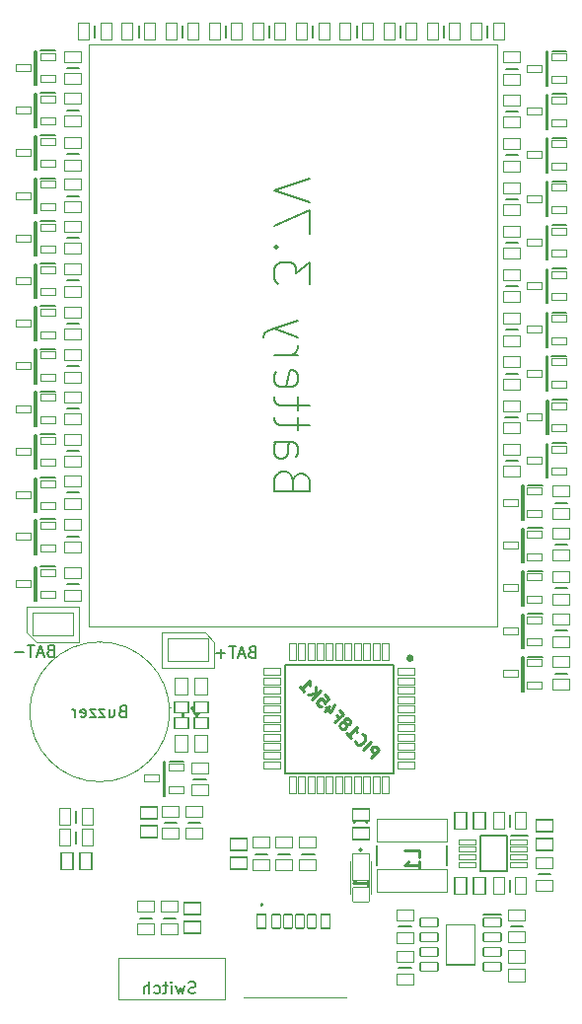
<source format=gbr>
%TF.GenerationSoftware,KiCad,Pcbnew,7.0.1*%
%TF.CreationDate,2024-01-25T20:04:35+01:00*%
%TF.ProjectId,PicBytesMicro,50696342-7974-4657-934d-6963726f2e6b,rev?*%
%TF.SameCoordinates,Original*%
%TF.FileFunction,Legend,Bot*%
%TF.FilePolarity,Positive*%
%FSLAX46Y46*%
G04 Gerber Fmt 4.6, Leading zero omitted, Abs format (unit mm)*
G04 Created by KiCad (PCBNEW 7.0.1) date 2024-01-25 20:04:35*
%MOMM*%
%LPD*%
G01*
G04 APERTURE LIST*
G04 Aperture macros list*
%AMRoundRect*
0 Rectangle with rounded corners*
0 $1 Rounding radius*
0 $2 $3 $4 $5 $6 $7 $8 $9 X,Y pos of 4 corners*
0 Add a 4 corners polygon primitive as box body*
4,1,4,$2,$3,$4,$5,$6,$7,$8,$9,$2,$3,0*
0 Add four circle primitives for the rounded corners*
1,1,$1+$1,$2,$3*
1,1,$1+$1,$4,$5*
1,1,$1+$1,$6,$7*
1,1,$1+$1,$8,$9*
0 Add four rect primitives between the rounded corners*
20,1,$1+$1,$2,$3,$4,$5,0*
20,1,$1+$1,$4,$5,$6,$7,0*
20,1,$1+$1,$6,$7,$8,$9,0*
20,1,$1+$1,$8,$9,$2,$3,0*%
G04 Aperture macros list end*
%ADD10C,0.120000*%
%ADD11C,0.150000*%
%ADD12C,0.250000*%
%ADD13C,0.254000*%
%ADD14C,0.200000*%
%ADD15C,0.100000*%
%ADD16C,2.000000*%
%ADD17C,1.300000*%
%ADD18C,1.650000*%
%ADD19RoundRect,0.050000X0.735000X-0.525000X0.735000X0.525000X-0.735000X0.525000X-0.735000X-0.525000X0*%
%ADD20RoundRect,0.050000X-0.525000X-0.735000X0.525000X-0.735000X0.525000X0.735000X-0.525000X0.735000X0*%
%ADD21RoundRect,0.050000X0.525000X0.735000X-0.525000X0.735000X-0.525000X-0.735000X0.525000X-0.735000X0*%
%ADD22RoundRect,0.050000X-1.750000X1.000000X-1.750000X-1.000000X1.750000X-1.000000X1.750000X1.000000X0*%
%ADD23RoundRect,0.050000X1.750000X-1.000000X1.750000X1.000000X-1.750000X1.000000X-1.750000X-1.000000X0*%
%ADD24RoundRect,0.050000X0.762500X-0.350000X0.762500X0.350000X-0.762500X0.350000X-0.762500X-0.350000X0*%
%ADD25RoundRect,0.050000X1.256500X1.701000X-1.256500X1.701000X-1.256500X-1.701000X1.256500X-1.701000X0*%
%ADD26RoundRect,0.050000X0.350000X0.600000X-0.350000X0.600000X-0.350000X-0.600000X0.350000X-0.600000X0*%
%ADD27RoundRect,0.050000X0.380000X0.600000X-0.380000X0.600000X-0.380000X-0.600000X0.380000X-0.600000X0*%
%ADD28RoundRect,0.050000X0.400000X0.600000X-0.400000X0.600000X-0.400000X-0.600000X0.400000X-0.600000X0*%
%ADD29C,2.100000*%
%ADD30C,1.400000*%
%ADD31RoundRect,0.050000X0.737500X-0.300000X0.737500X0.300000X-0.737500X0.300000X-0.737500X-0.300000X0*%
%ADD32RoundRect,0.050000X0.300000X0.737500X-0.300000X0.737500X-0.300000X-0.737500X0.300000X-0.737500X0*%
%ADD33RoundRect,0.050000X0.625000X-0.300000X0.625000X0.300000X-0.625000X0.300000X-0.625000X-0.300000X0*%
%ADD34RoundRect,0.050000X0.725000X-0.500000X0.725000X0.500000X-0.725000X0.500000X-0.725000X-0.500000X0*%
%ADD35RoundRect,0.050000X-0.725000X0.500000X-0.725000X-0.500000X0.725000X-0.500000X0.725000X0.500000X0*%
%ADD36RoundRect,0.050000X0.500000X0.725000X-0.500000X0.725000X-0.500000X-0.725000X0.500000X-0.725000X0*%
%ADD37RoundRect,0.050000X-0.500000X-0.725000X0.500000X-0.725000X0.500000X0.725000X-0.500000X0.725000X0*%
%ADD38RoundRect,0.050000X3.000000X-1.005000X3.000000X1.005000X-3.000000X1.005000X-3.000000X-1.005000X0*%
%ADD39RoundRect,0.050000X-0.735000X0.510000X-0.735000X-0.510000X0.735000X-0.510000X0.735000X0.510000X0*%
%ADD40RoundRect,0.050000X0.735000X-0.510000X0.735000X0.510000X-0.735000X0.510000X-0.735000X-0.510000X0*%
%ADD41RoundRect,0.050000X0.510000X0.735000X-0.510000X0.735000X-0.510000X-0.735000X0.510000X-0.735000X0*%
%ADD42RoundRect,0.050000X0.700000X-0.225000X0.700000X0.225000X-0.700000X0.225000X-0.700000X-0.225000X0*%
%ADD43RoundRect,0.050000X0.700000X1.150000X-0.700000X1.150000X-0.700000X-1.150000X0.700000X-1.150000X0*%
%ADD44RoundRect,0.050000X-0.700000X0.625000X-0.700000X-0.625000X0.700000X-0.625000X0.700000X0.625000X0*%
%ADD45RoundRect,0.050000X-0.600000X0.500000X-0.600000X-0.500000X0.600000X-0.500000X0.600000X0.500000X0*%
%ADD46RoundRect,0.050000X-0.510000X-0.735000X0.510000X-0.735000X0.510000X0.735000X-0.510000X0.735000X0*%
G04 APERTURE END LIST*
D10*
X154700000Y-48600000D02*
X154700000Y-98600000D01*
X154700000Y-98600000D02*
X119700000Y-98600000D01*
X119700000Y-48600000D02*
X119700000Y-98600000D01*
X154700000Y-48600000D02*
X119700000Y-48600000D01*
D11*
X137183571Y-86014286D02*
X137040714Y-85585714D01*
X137040714Y-85585714D02*
X136897857Y-85442857D01*
X136897857Y-85442857D02*
X136612142Y-85300000D01*
X136612142Y-85300000D02*
X136183571Y-85300000D01*
X136183571Y-85300000D02*
X135897857Y-85442857D01*
X135897857Y-85442857D02*
X135755000Y-85585714D01*
X135755000Y-85585714D02*
X135612142Y-85871429D01*
X135612142Y-85871429D02*
X135612142Y-87014286D01*
X135612142Y-87014286D02*
X138612142Y-87014286D01*
X138612142Y-87014286D02*
X138612142Y-86014286D01*
X138612142Y-86014286D02*
X138469285Y-85728572D01*
X138469285Y-85728572D02*
X138326428Y-85585714D01*
X138326428Y-85585714D02*
X138040714Y-85442857D01*
X138040714Y-85442857D02*
X137755000Y-85442857D01*
X137755000Y-85442857D02*
X137469285Y-85585714D01*
X137469285Y-85585714D02*
X137326428Y-85728572D01*
X137326428Y-85728572D02*
X137183571Y-86014286D01*
X137183571Y-86014286D02*
X137183571Y-87014286D01*
X135612142Y-82728572D02*
X137183571Y-82728572D01*
X137183571Y-82728572D02*
X137469285Y-82871429D01*
X137469285Y-82871429D02*
X137612142Y-83157143D01*
X137612142Y-83157143D02*
X137612142Y-83728572D01*
X137612142Y-83728572D02*
X137469285Y-84014286D01*
X135755000Y-82728572D02*
X135612142Y-83014286D01*
X135612142Y-83014286D02*
X135612142Y-83728572D01*
X135612142Y-83728572D02*
X135755000Y-84014286D01*
X135755000Y-84014286D02*
X136040714Y-84157143D01*
X136040714Y-84157143D02*
X136326428Y-84157143D01*
X136326428Y-84157143D02*
X136612142Y-84014286D01*
X136612142Y-84014286D02*
X136755000Y-83728572D01*
X136755000Y-83728572D02*
X136755000Y-83014286D01*
X136755000Y-83014286D02*
X136897857Y-82728572D01*
X137612142Y-81728571D02*
X137612142Y-80585714D01*
X138612142Y-81300000D02*
X136040714Y-81300000D01*
X136040714Y-81300000D02*
X135755000Y-81157143D01*
X135755000Y-81157143D02*
X135612142Y-80871428D01*
X135612142Y-80871428D02*
X135612142Y-80585714D01*
X137612142Y-80014285D02*
X137612142Y-78871428D01*
X138612142Y-79585714D02*
X136040714Y-79585714D01*
X136040714Y-79585714D02*
X135755000Y-79442857D01*
X135755000Y-79442857D02*
X135612142Y-79157142D01*
X135612142Y-79157142D02*
X135612142Y-78871428D01*
X135755000Y-76728571D02*
X135612142Y-77014285D01*
X135612142Y-77014285D02*
X135612142Y-77585714D01*
X135612142Y-77585714D02*
X135755000Y-77871428D01*
X135755000Y-77871428D02*
X136040714Y-78014285D01*
X136040714Y-78014285D02*
X137183571Y-78014285D01*
X137183571Y-78014285D02*
X137469285Y-77871428D01*
X137469285Y-77871428D02*
X137612142Y-77585714D01*
X137612142Y-77585714D02*
X137612142Y-77014285D01*
X137612142Y-77014285D02*
X137469285Y-76728571D01*
X137469285Y-76728571D02*
X137183571Y-76585714D01*
X137183571Y-76585714D02*
X136897857Y-76585714D01*
X136897857Y-76585714D02*
X136612142Y-78014285D01*
X135612142Y-75299999D02*
X137612142Y-75299999D01*
X137040714Y-75299999D02*
X137326428Y-75157142D01*
X137326428Y-75157142D02*
X137469285Y-75014285D01*
X137469285Y-75014285D02*
X137612142Y-74728570D01*
X137612142Y-74728570D02*
X137612142Y-74442856D01*
X137612142Y-73728570D02*
X135612142Y-73014284D01*
X137612142Y-72299999D02*
X135612142Y-73014284D01*
X135612142Y-73014284D02*
X134897857Y-73299999D01*
X134897857Y-73299999D02*
X134755000Y-73442856D01*
X134755000Y-73442856D02*
X134612142Y-73728570D01*
X138612142Y-69157142D02*
X138612142Y-67299999D01*
X138612142Y-67299999D02*
X137469285Y-68299999D01*
X137469285Y-68299999D02*
X137469285Y-67871428D01*
X137469285Y-67871428D02*
X137326428Y-67585714D01*
X137326428Y-67585714D02*
X137183571Y-67442856D01*
X137183571Y-67442856D02*
X136897857Y-67299999D01*
X136897857Y-67299999D02*
X136183571Y-67299999D01*
X136183571Y-67299999D02*
X135897857Y-67442856D01*
X135897857Y-67442856D02*
X135755000Y-67585714D01*
X135755000Y-67585714D02*
X135612142Y-67871428D01*
X135612142Y-67871428D02*
X135612142Y-68728571D01*
X135612142Y-68728571D02*
X135755000Y-69014285D01*
X135755000Y-69014285D02*
X135897857Y-69157142D01*
X135897857Y-66014285D02*
X135755000Y-65871428D01*
X135755000Y-65871428D02*
X135612142Y-66014285D01*
X135612142Y-66014285D02*
X135755000Y-66157142D01*
X135755000Y-66157142D02*
X135897857Y-66014285D01*
X135897857Y-66014285D02*
X135612142Y-66014285D01*
X138612142Y-64871428D02*
X138612142Y-62871428D01*
X138612142Y-62871428D02*
X135612142Y-64157142D01*
X138612142Y-62157142D02*
X135612142Y-61157142D01*
X135612142Y-61157142D02*
X138612142Y-60157142D01*
X122528571Y-105838809D02*
X122385714Y-105886428D01*
X122385714Y-105886428D02*
X122338095Y-105934047D01*
X122338095Y-105934047D02*
X122290476Y-106029285D01*
X122290476Y-106029285D02*
X122290476Y-106172142D01*
X122290476Y-106172142D02*
X122338095Y-106267380D01*
X122338095Y-106267380D02*
X122385714Y-106315000D01*
X122385714Y-106315000D02*
X122480952Y-106362619D01*
X122480952Y-106362619D02*
X122861904Y-106362619D01*
X122861904Y-106362619D02*
X122861904Y-105362619D01*
X122861904Y-105362619D02*
X122528571Y-105362619D01*
X122528571Y-105362619D02*
X122433333Y-105410238D01*
X122433333Y-105410238D02*
X122385714Y-105457857D01*
X122385714Y-105457857D02*
X122338095Y-105553095D01*
X122338095Y-105553095D02*
X122338095Y-105648333D01*
X122338095Y-105648333D02*
X122385714Y-105743571D01*
X122385714Y-105743571D02*
X122433333Y-105791190D01*
X122433333Y-105791190D02*
X122528571Y-105838809D01*
X122528571Y-105838809D02*
X122861904Y-105838809D01*
X121433333Y-105695952D02*
X121433333Y-106362619D01*
X121861904Y-105695952D02*
X121861904Y-106219761D01*
X121861904Y-106219761D02*
X121814285Y-106315000D01*
X121814285Y-106315000D02*
X121719047Y-106362619D01*
X121719047Y-106362619D02*
X121576190Y-106362619D01*
X121576190Y-106362619D02*
X121480952Y-106315000D01*
X121480952Y-106315000D02*
X121433333Y-106267380D01*
X121052380Y-105695952D02*
X120528571Y-105695952D01*
X120528571Y-105695952D02*
X121052380Y-106362619D01*
X121052380Y-106362619D02*
X120528571Y-106362619D01*
X120242856Y-105695952D02*
X119719047Y-105695952D01*
X119719047Y-105695952D02*
X120242856Y-106362619D01*
X120242856Y-106362619D02*
X119719047Y-106362619D01*
X118957142Y-106315000D02*
X119052380Y-106362619D01*
X119052380Y-106362619D02*
X119242856Y-106362619D01*
X119242856Y-106362619D02*
X119338094Y-106315000D01*
X119338094Y-106315000D02*
X119385713Y-106219761D01*
X119385713Y-106219761D02*
X119385713Y-105838809D01*
X119385713Y-105838809D02*
X119338094Y-105743571D01*
X119338094Y-105743571D02*
X119242856Y-105695952D01*
X119242856Y-105695952D02*
X119052380Y-105695952D01*
X119052380Y-105695952D02*
X118957142Y-105743571D01*
X118957142Y-105743571D02*
X118909523Y-105838809D01*
X118909523Y-105838809D02*
X118909523Y-105934047D01*
X118909523Y-105934047D02*
X119385713Y-106029285D01*
X118480951Y-106362619D02*
X118480951Y-105695952D01*
X118480951Y-105886428D02*
X118433332Y-105791190D01*
X118433332Y-105791190D02*
X118385713Y-105743571D01*
X118385713Y-105743571D02*
X118290475Y-105695952D01*
X118290475Y-105695952D02*
X118195237Y-105695952D01*
X116357142Y-100638809D02*
X116214285Y-100686428D01*
X116214285Y-100686428D02*
X116166666Y-100734047D01*
X116166666Y-100734047D02*
X116119047Y-100829285D01*
X116119047Y-100829285D02*
X116119047Y-100972142D01*
X116119047Y-100972142D02*
X116166666Y-101067380D01*
X116166666Y-101067380D02*
X116214285Y-101115000D01*
X116214285Y-101115000D02*
X116309523Y-101162619D01*
X116309523Y-101162619D02*
X116690475Y-101162619D01*
X116690475Y-101162619D02*
X116690475Y-100162619D01*
X116690475Y-100162619D02*
X116357142Y-100162619D01*
X116357142Y-100162619D02*
X116261904Y-100210238D01*
X116261904Y-100210238D02*
X116214285Y-100257857D01*
X116214285Y-100257857D02*
X116166666Y-100353095D01*
X116166666Y-100353095D02*
X116166666Y-100448333D01*
X116166666Y-100448333D02*
X116214285Y-100543571D01*
X116214285Y-100543571D02*
X116261904Y-100591190D01*
X116261904Y-100591190D02*
X116357142Y-100638809D01*
X116357142Y-100638809D02*
X116690475Y-100638809D01*
X115738094Y-100876904D02*
X115261904Y-100876904D01*
X115833332Y-101162619D02*
X115499999Y-100162619D01*
X115499999Y-100162619D02*
X115166666Y-101162619D01*
X114976189Y-100162619D02*
X114404761Y-100162619D01*
X114690475Y-101162619D02*
X114690475Y-100162619D01*
X114071427Y-100781666D02*
X113309523Y-100781666D01*
X133657142Y-100738809D02*
X133514285Y-100786428D01*
X133514285Y-100786428D02*
X133466666Y-100834047D01*
X133466666Y-100834047D02*
X133419047Y-100929285D01*
X133419047Y-100929285D02*
X133419047Y-101072142D01*
X133419047Y-101072142D02*
X133466666Y-101167380D01*
X133466666Y-101167380D02*
X133514285Y-101215000D01*
X133514285Y-101215000D02*
X133609523Y-101262619D01*
X133609523Y-101262619D02*
X133990475Y-101262619D01*
X133990475Y-101262619D02*
X133990475Y-100262619D01*
X133990475Y-100262619D02*
X133657142Y-100262619D01*
X133657142Y-100262619D02*
X133561904Y-100310238D01*
X133561904Y-100310238D02*
X133514285Y-100357857D01*
X133514285Y-100357857D02*
X133466666Y-100453095D01*
X133466666Y-100453095D02*
X133466666Y-100548333D01*
X133466666Y-100548333D02*
X133514285Y-100643571D01*
X133514285Y-100643571D02*
X133561904Y-100691190D01*
X133561904Y-100691190D02*
X133657142Y-100738809D01*
X133657142Y-100738809D02*
X133990475Y-100738809D01*
X133038094Y-100976904D02*
X132561904Y-100976904D01*
X133133332Y-101262619D02*
X132799999Y-100262619D01*
X132799999Y-100262619D02*
X132466666Y-101262619D01*
X132276189Y-100262619D02*
X131704761Y-100262619D01*
X131990475Y-101262619D02*
X131990475Y-100262619D01*
X131371427Y-100881666D02*
X130609523Y-100881666D01*
X130990475Y-101262619D02*
X130990475Y-100500714D01*
X128814285Y-130015000D02*
X128671428Y-130062619D01*
X128671428Y-130062619D02*
X128433333Y-130062619D01*
X128433333Y-130062619D02*
X128338095Y-130015000D01*
X128338095Y-130015000D02*
X128290476Y-129967380D01*
X128290476Y-129967380D02*
X128242857Y-129872142D01*
X128242857Y-129872142D02*
X128242857Y-129776904D01*
X128242857Y-129776904D02*
X128290476Y-129681666D01*
X128290476Y-129681666D02*
X128338095Y-129634047D01*
X128338095Y-129634047D02*
X128433333Y-129586428D01*
X128433333Y-129586428D02*
X128623809Y-129538809D01*
X128623809Y-129538809D02*
X128719047Y-129491190D01*
X128719047Y-129491190D02*
X128766666Y-129443571D01*
X128766666Y-129443571D02*
X128814285Y-129348333D01*
X128814285Y-129348333D02*
X128814285Y-129253095D01*
X128814285Y-129253095D02*
X128766666Y-129157857D01*
X128766666Y-129157857D02*
X128719047Y-129110238D01*
X128719047Y-129110238D02*
X128623809Y-129062619D01*
X128623809Y-129062619D02*
X128385714Y-129062619D01*
X128385714Y-129062619D02*
X128242857Y-129110238D01*
X127909523Y-129395952D02*
X127719047Y-130062619D01*
X127719047Y-130062619D02*
X127528571Y-129586428D01*
X127528571Y-129586428D02*
X127338095Y-130062619D01*
X127338095Y-130062619D02*
X127147619Y-129395952D01*
X126766666Y-130062619D02*
X126766666Y-129395952D01*
X126766666Y-129062619D02*
X126814285Y-129110238D01*
X126814285Y-129110238D02*
X126766666Y-129157857D01*
X126766666Y-129157857D02*
X126719047Y-129110238D01*
X126719047Y-129110238D02*
X126766666Y-129062619D01*
X126766666Y-129062619D02*
X126766666Y-129157857D01*
X126433333Y-129395952D02*
X126052381Y-129395952D01*
X126290476Y-129062619D02*
X126290476Y-129919761D01*
X126290476Y-129919761D02*
X126242857Y-130015000D01*
X126242857Y-130015000D02*
X126147619Y-130062619D01*
X126147619Y-130062619D02*
X126052381Y-130062619D01*
X125290476Y-130015000D02*
X125385714Y-130062619D01*
X125385714Y-130062619D02*
X125576190Y-130062619D01*
X125576190Y-130062619D02*
X125671428Y-130015000D01*
X125671428Y-130015000D02*
X125719047Y-129967380D01*
X125719047Y-129967380D02*
X125766666Y-129872142D01*
X125766666Y-129872142D02*
X125766666Y-129586428D01*
X125766666Y-129586428D02*
X125719047Y-129491190D01*
X125719047Y-129491190D02*
X125671428Y-129443571D01*
X125671428Y-129443571D02*
X125576190Y-129395952D01*
X125576190Y-129395952D02*
X125385714Y-129395952D01*
X125385714Y-129395952D02*
X125290476Y-129443571D01*
X124861904Y-130062619D02*
X124861904Y-129062619D01*
X124433333Y-130062619D02*
X124433333Y-129538809D01*
X124433333Y-129538809D02*
X124480952Y-129443571D01*
X124480952Y-129443571D02*
X124576190Y-129395952D01*
X124576190Y-129395952D02*
X124719047Y-129395952D01*
X124719047Y-129395952D02*
X124814285Y-129443571D01*
X124814285Y-129443571D02*
X124861904Y-129491190D01*
D12*
%TO.C,PIC18F45K1*%
X143882172Y-109874414D02*
X144589279Y-109167307D01*
X144589279Y-109167307D02*
X144319905Y-108897933D01*
X144319905Y-108897933D02*
X144218889Y-108864261D01*
X144218889Y-108864261D02*
X144151546Y-108864261D01*
X144151546Y-108864261D02*
X144050531Y-108897933D01*
X144050531Y-108897933D02*
X143949515Y-108998949D01*
X143949515Y-108998949D02*
X143915844Y-109099964D01*
X143915844Y-109099964D02*
X143915844Y-109167307D01*
X143915844Y-109167307D02*
X143949515Y-109268323D01*
X143949515Y-109268323D02*
X144218889Y-109537697D01*
X143175065Y-109167307D02*
X143882172Y-108460200D01*
X142501630Y-108359186D02*
X142501630Y-108426529D01*
X142501630Y-108426529D02*
X142568974Y-108561216D01*
X142568974Y-108561216D02*
X142636317Y-108628560D01*
X142636317Y-108628560D02*
X142771004Y-108695903D01*
X142771004Y-108695903D02*
X142905691Y-108695903D01*
X142905691Y-108695903D02*
X143006707Y-108662231D01*
X143006707Y-108662231D02*
X143175065Y-108561216D01*
X143175065Y-108561216D02*
X143276081Y-108460201D01*
X143276081Y-108460201D02*
X143377096Y-108291842D01*
X143377096Y-108291842D02*
X143410768Y-108190827D01*
X143410768Y-108190827D02*
X143410768Y-108056140D01*
X143410768Y-108056140D02*
X143343424Y-107921453D01*
X143343424Y-107921453D02*
X143276081Y-107854109D01*
X143276081Y-107854109D02*
X143141394Y-107786766D01*
X143141394Y-107786766D02*
X143074050Y-107786766D01*
X141760852Y-107753094D02*
X142164913Y-108157155D01*
X141962882Y-107955125D02*
X142669989Y-107248018D01*
X142669989Y-107248018D02*
X142636317Y-107416377D01*
X142636317Y-107416377D02*
X142636317Y-107551064D01*
X142636317Y-107551064D02*
X142669989Y-107652079D01*
X141760852Y-106944972D02*
X141861867Y-106978644D01*
X141861867Y-106978644D02*
X141929211Y-106978644D01*
X141929211Y-106978644D02*
X142030226Y-106944972D01*
X142030226Y-106944972D02*
X142063898Y-106911300D01*
X142063898Y-106911300D02*
X142097569Y-106810285D01*
X142097569Y-106810285D02*
X142097569Y-106742941D01*
X142097569Y-106742941D02*
X142063898Y-106641926D01*
X142063898Y-106641926D02*
X141929211Y-106507239D01*
X141929211Y-106507239D02*
X141828195Y-106473567D01*
X141828195Y-106473567D02*
X141760852Y-106473567D01*
X141760852Y-106473567D02*
X141659837Y-106507239D01*
X141659837Y-106507239D02*
X141626165Y-106540911D01*
X141626165Y-106540911D02*
X141592493Y-106641926D01*
X141592493Y-106641926D02*
X141592493Y-106709270D01*
X141592493Y-106709270D02*
X141626165Y-106810285D01*
X141626165Y-106810285D02*
X141760852Y-106944972D01*
X141760852Y-106944972D02*
X141794524Y-107045987D01*
X141794524Y-107045987D02*
X141794524Y-107113331D01*
X141794524Y-107113331D02*
X141760852Y-107214346D01*
X141760852Y-107214346D02*
X141626165Y-107349033D01*
X141626165Y-107349033D02*
X141525150Y-107382705D01*
X141525150Y-107382705D02*
X141457806Y-107382705D01*
X141457806Y-107382705D02*
X141356791Y-107349033D01*
X141356791Y-107349033D02*
X141222104Y-107214346D01*
X141222104Y-107214346D02*
X141188432Y-107113331D01*
X141188432Y-107113331D02*
X141188432Y-107045987D01*
X141188432Y-107045987D02*
X141222104Y-106944972D01*
X141222104Y-106944972D02*
X141356791Y-106810285D01*
X141356791Y-106810285D02*
X141457806Y-106776613D01*
X141457806Y-106776613D02*
X141525150Y-106776613D01*
X141525150Y-106776613D02*
X141626165Y-106810285D01*
X140919058Y-106170522D02*
X141154760Y-106406224D01*
X140784371Y-106776613D02*
X141491478Y-106069506D01*
X141491478Y-106069506D02*
X141154760Y-105732789D01*
X140346638Y-105396071D02*
X139875234Y-105867476D01*
X140784371Y-105295056D02*
X140447653Y-105968491D01*
X140447653Y-105968491D02*
X140009921Y-105530758D01*
X139875234Y-104453262D02*
X140211951Y-104789980D01*
X140211951Y-104789980D02*
X139908905Y-105160369D01*
X139908905Y-105160369D02*
X139908905Y-105093025D01*
X139908905Y-105093025D02*
X139875234Y-104992010D01*
X139875234Y-104992010D02*
X139706875Y-104823651D01*
X139706875Y-104823651D02*
X139605860Y-104789980D01*
X139605860Y-104789980D02*
X139538516Y-104789980D01*
X139538516Y-104789980D02*
X139437501Y-104823651D01*
X139437501Y-104823651D02*
X139269142Y-104992010D01*
X139269142Y-104992010D02*
X139235470Y-105093025D01*
X139235470Y-105093025D02*
X139235470Y-105160369D01*
X139235470Y-105160369D02*
X139269142Y-105261384D01*
X139269142Y-105261384D02*
X139437501Y-105429743D01*
X139437501Y-105429743D02*
X139538516Y-105463415D01*
X139538516Y-105463415D02*
X139605860Y-105463415D01*
X138831409Y-104823651D02*
X139538516Y-104116545D01*
X138427348Y-104419590D02*
X139134455Y-104318575D01*
X139134455Y-103712484D02*
X139134455Y-104520606D01*
X137753913Y-103746155D02*
X138157974Y-104150216D01*
X137955944Y-103948186D02*
X138663051Y-103241079D01*
X138663051Y-103241079D02*
X138629379Y-103409438D01*
X138629379Y-103409438D02*
X138629379Y-103544125D01*
X138629379Y-103544125D02*
X138663051Y-103645140D01*
D13*
%TO.C,L1*%
X148024526Y-118365333D02*
X148024526Y-117760571D01*
X148024526Y-117760571D02*
X146754526Y-117760571D01*
X148024526Y-119453905D02*
X148024526Y-118728190D01*
X148024526Y-119091047D02*
X146754526Y-119091047D01*
X146754526Y-119091047D02*
X146935954Y-118970095D01*
X146935954Y-118970095D02*
X147056907Y-118849143D01*
X147056907Y-118849143D02*
X147117383Y-118728190D01*
%TO.C,C5*%
X143466573Y-115338333D02*
X143527050Y-115277857D01*
X143527050Y-115277857D02*
X143587526Y-115096428D01*
X143587526Y-115096428D02*
X143587526Y-114975476D01*
X143587526Y-114975476D02*
X143527050Y-114794047D01*
X143527050Y-114794047D02*
X143406097Y-114673095D01*
X143406097Y-114673095D02*
X143285145Y-114612618D01*
X143285145Y-114612618D02*
X143043240Y-114552142D01*
X143043240Y-114552142D02*
X142861811Y-114552142D01*
X142861811Y-114552142D02*
X142619907Y-114612618D01*
X142619907Y-114612618D02*
X142498954Y-114673095D01*
X142498954Y-114673095D02*
X142378002Y-114794047D01*
X142378002Y-114794047D02*
X142317526Y-114975476D01*
X142317526Y-114975476D02*
X142317526Y-115096428D01*
X142317526Y-115096428D02*
X142378002Y-115277857D01*
X142378002Y-115277857D02*
X142438478Y-115338333D01*
X142317526Y-116487380D02*
X142317526Y-115882618D01*
X142317526Y-115882618D02*
X142922288Y-115822142D01*
X142922288Y-115822142D02*
X142861811Y-115882618D01*
X142861811Y-115882618D02*
X142801335Y-116003571D01*
X142801335Y-116003571D02*
X142801335Y-116305952D01*
X142801335Y-116305952D02*
X142861811Y-116426904D01*
X142861811Y-116426904D02*
X142922288Y-116487380D01*
X142922288Y-116487380D02*
X143043240Y-116547857D01*
X143043240Y-116547857D02*
X143345621Y-116547857D01*
X143345621Y-116547857D02*
X143466573Y-116487380D01*
X143466573Y-116487380D02*
X143527050Y-116426904D01*
X143527050Y-116426904D02*
X143587526Y-116305952D01*
X143587526Y-116305952D02*
X143587526Y-116003571D01*
X143587526Y-116003571D02*
X143527050Y-115882618D01*
X143527050Y-115882618D02*
X143466573Y-115822142D01*
%TO.C,D1*%
X143587526Y-118987618D02*
X142317526Y-118987618D01*
X142317526Y-118987618D02*
X142317526Y-119289999D01*
X142317526Y-119289999D02*
X142378002Y-119471428D01*
X142378002Y-119471428D02*
X142498954Y-119592380D01*
X142498954Y-119592380D02*
X142619907Y-119652857D01*
X142619907Y-119652857D02*
X142861811Y-119713333D01*
X142861811Y-119713333D02*
X143043240Y-119713333D01*
X143043240Y-119713333D02*
X143285145Y-119652857D01*
X143285145Y-119652857D02*
X143406097Y-119592380D01*
X143406097Y-119592380D02*
X143527050Y-119471428D01*
X143527050Y-119471428D02*
X143587526Y-119289999D01*
X143587526Y-119289999D02*
X143587526Y-118987618D01*
X143587526Y-120922857D02*
X143587526Y-120197142D01*
X143587526Y-120559999D02*
X142317526Y-120559999D01*
X142317526Y-120559999D02*
X142498954Y-120439047D01*
X142498954Y-120439047D02*
X142619907Y-120318095D01*
X142619907Y-120318095D02*
X142680383Y-120197142D01*
%TO.C,Y1*%
X128854761Y-106182764D02*
X128854761Y-106787526D01*
X129278094Y-105517526D02*
X128854761Y-106182764D01*
X128854761Y-106182764D02*
X128431427Y-105517526D01*
X127342856Y-106787526D02*
X128068571Y-106787526D01*
X127705714Y-106787526D02*
X127705714Y-105517526D01*
X127705714Y-105517526D02*
X127826666Y-105698954D01*
X127826666Y-105698954D02*
X127947618Y-105819907D01*
X127947618Y-105819907D02*
X128068571Y-105880383D01*
D10*
%TO.C,H_Bat+1*%
X129650000Y-99100000D02*
X125950000Y-99100000D01*
X125950000Y-99100000D02*
X125950000Y-102100000D01*
X130450000Y-99900000D02*
X129650000Y-99100000D01*
X130450000Y-102100000D02*
X130450000Y-99900000D01*
X125950000Y-102100000D02*
X130450000Y-102100000D01*
%TO.C,H_Bat-1*%
X115150000Y-99900000D02*
X118850000Y-99900000D01*
X118850000Y-99900000D02*
X118850000Y-96900000D01*
X114350000Y-99100000D02*
X115150000Y-99900000D01*
X114350000Y-96900000D02*
X114350000Y-99100000D01*
X118850000Y-96900000D02*
X114350000Y-96900000D01*
D14*
%TO.C,IC_BMS_TP1*%
X155075000Y-123295000D02*
X153550000Y-123295000D01*
D15*
%TO.C,J_USB_C1*%
X141720000Y-130450000D02*
X132930000Y-130450000D01*
D14*
X134500000Y-122550000D02*
X134500000Y-122550000D01*
X134500000Y-122350000D02*
X134500000Y-122350000D01*
X134500000Y-122350000D02*
G75*
G03*
X134500000Y-122550000I0J-100000D01*
G01*
X134500000Y-122550000D02*
G75*
G03*
X134500000Y-122350000I0J100000D01*
G01*
D15*
%TO.C,LS1*%
X120600000Y-111900000D02*
X120600000Y-111900000D01*
X120600000Y-99900000D02*
X120600000Y-99900000D01*
X120600000Y-99900000D02*
G75*
G03*
X120600000Y-111900000I0J-6000000D01*
G01*
X120600000Y-111900000D02*
G75*
G03*
X120600000Y-99900000I0J6000000D01*
G01*
D14*
%TO.C,PIC18F45K1*%
X145812000Y-111150000D02*
X145812000Y-101850000D01*
X145812000Y-101850000D02*
X136512000Y-101850000D01*
X136512000Y-111150000D02*
X145812000Y-111150000D01*
X136512000Y-101850000D02*
X136512000Y-111150000D01*
D13*
X147437000Y-101300000D02*
G75*
G03*
X147437000Y-101300000I-200000J0D01*
G01*
D14*
%TO.C,Q2*%
X116775000Y-49145000D02*
X115525000Y-49145000D01*
X115175000Y-52110000D02*
X115175000Y-49190000D01*
X115175000Y-49190000D02*
X115025000Y-49190000D01*
X115025000Y-52110000D02*
X115175000Y-52110000D01*
X115025000Y-49190000D02*
X115025000Y-52110000D01*
%TO.C,Q3*%
X116775000Y-82084997D02*
X115525000Y-82084997D01*
X115175000Y-85049997D02*
X115175000Y-82129997D01*
X115175000Y-82129997D02*
X115025000Y-82129997D01*
X115025000Y-85049997D02*
X115175000Y-85049997D01*
X115025000Y-82129997D02*
X115025000Y-85049997D01*
%TO.C,Q4*%
X160675000Y-49195000D02*
X159425000Y-49195000D01*
X159075000Y-52160000D02*
X159075000Y-49240000D01*
X159075000Y-49240000D02*
X158925000Y-49240000D01*
X158925000Y-52160000D02*
X159075000Y-52160000D01*
X158925000Y-49240000D02*
X158925000Y-52160000D01*
%TO.C,Q5*%
X160675000Y-67872776D02*
X159425000Y-67872776D01*
X159075000Y-70837776D02*
X159075000Y-67917776D01*
X159075000Y-67917776D02*
X158925000Y-67917776D01*
X158925000Y-70837776D02*
X159075000Y-70837776D01*
X158925000Y-67917776D02*
X158925000Y-70837776D01*
%TO.C,Q6*%
X116775000Y-52803333D02*
X115525000Y-52803333D01*
X115175000Y-55768333D02*
X115175000Y-52848333D01*
X115175000Y-52848333D02*
X115025000Y-52848333D01*
X115025000Y-55768333D02*
X115175000Y-55768333D01*
X115025000Y-52848333D02*
X115025000Y-55768333D01*
%TO.C,Q7*%
X116775000Y-85793330D02*
X115525000Y-85793330D01*
X115175000Y-88758330D02*
X115175000Y-85838330D01*
X115175000Y-85838330D02*
X115025000Y-85838330D01*
X115025000Y-88758330D02*
X115175000Y-88758330D01*
X115025000Y-85838330D02*
X115025000Y-88758330D01*
%TO.C,Q8*%
X160675000Y-52895000D02*
X159425000Y-52895000D01*
X159075000Y-55860000D02*
X159075000Y-52940000D01*
X159075000Y-52940000D02*
X158925000Y-52940000D01*
X158925000Y-55860000D02*
X159075000Y-55860000D01*
X158925000Y-52940000D02*
X158925000Y-55860000D01*
%TO.C,Q9*%
X160675000Y-71617220D02*
X159425000Y-71617220D01*
X159075000Y-74582220D02*
X159075000Y-71662220D01*
X159075000Y-71662220D02*
X158925000Y-71662220D01*
X158925000Y-74582220D02*
X159075000Y-74582220D01*
X158925000Y-71662220D02*
X158925000Y-74582220D01*
%TO.C,Q10*%
X116775000Y-56446666D02*
X115525000Y-56446666D01*
X115175000Y-59411666D02*
X115175000Y-56491666D01*
X115175000Y-56491666D02*
X115025000Y-56491666D01*
X115025000Y-59411666D02*
X115175000Y-59411666D01*
X115025000Y-56491666D02*
X115025000Y-59411666D01*
%TO.C,Q11*%
X116775000Y-89386663D02*
X115525000Y-89386663D01*
X115175000Y-92351663D02*
X115175000Y-89431663D01*
X115175000Y-89431663D02*
X115025000Y-89431663D01*
X115025000Y-92351663D02*
X115175000Y-92351663D01*
X115025000Y-89431663D02*
X115025000Y-92351663D01*
%TO.C,Q12*%
X116775000Y-63778332D02*
X115525000Y-63778332D01*
X115175000Y-66743332D02*
X115175000Y-63823332D01*
X115175000Y-63823332D02*
X115025000Y-63823332D01*
X115025000Y-66743332D02*
X115175000Y-66743332D01*
X115025000Y-63823332D02*
X115025000Y-66743332D01*
%TO.C,Q13*%
X158600000Y-86456108D02*
X157350000Y-86456108D01*
X157000000Y-89421108D02*
X157000000Y-86501108D01*
X157000000Y-86501108D02*
X156850000Y-86501108D01*
X156850000Y-89421108D02*
X157000000Y-89421108D01*
X156850000Y-86501108D02*
X156850000Y-89421108D01*
%TO.C,Q14*%
X116775000Y-78411664D02*
X115525000Y-78411664D01*
X115175000Y-81376664D02*
X115175000Y-78456664D01*
X115175000Y-78456664D02*
X115025000Y-78456664D01*
X115025000Y-81376664D02*
X115175000Y-81376664D01*
X115025000Y-78456664D02*
X115025000Y-81376664D01*
%TO.C,Q15*%
X158600000Y-101156108D02*
X157350000Y-101156108D01*
X157000000Y-104121108D02*
X157000000Y-101201108D01*
X157000000Y-101201108D02*
X156850000Y-101201108D01*
X156850000Y-104121108D02*
X157000000Y-104121108D01*
X156850000Y-101201108D02*
X156850000Y-104121108D01*
%TO.C,Q16*%
X160675000Y-56639444D02*
X159425000Y-56639444D01*
X159075000Y-59604444D02*
X159075000Y-56684444D01*
X159075000Y-56684444D02*
X158925000Y-56684444D01*
X158925000Y-59604444D02*
X159075000Y-59604444D01*
X158925000Y-56684444D02*
X158925000Y-59604444D01*
%TO.C,Q17*%
X160662500Y-75361664D02*
X159412500Y-75361664D01*
X159062500Y-78326664D02*
X159062500Y-75406664D01*
X159062500Y-75406664D02*
X158912500Y-75406664D01*
X158912500Y-78326664D02*
X159062500Y-78326664D01*
X158912500Y-75406664D02*
X158912500Y-78326664D01*
%TO.C,Q18*%
X116775000Y-60119999D02*
X115525000Y-60119999D01*
X115175000Y-63084999D02*
X115175000Y-60164999D01*
X115175000Y-60164999D02*
X115025000Y-60164999D01*
X115025000Y-63084999D02*
X115175000Y-63084999D01*
X115025000Y-60164999D02*
X115025000Y-63084999D01*
%TO.C,Q19*%
X116775000Y-93416664D02*
X115525000Y-93416664D01*
X115175000Y-96381664D02*
X115175000Y-93461664D01*
X115175000Y-93461664D02*
X115025000Y-93461664D01*
X115025000Y-96381664D02*
X115175000Y-96381664D01*
X115025000Y-93461664D02*
X115025000Y-96381664D01*
%TO.C,Q20*%
X116775000Y-67436665D02*
X115525000Y-67436665D01*
X115175000Y-70401665D02*
X115175000Y-67481665D01*
X115175000Y-67481665D02*
X115025000Y-67481665D01*
X115025000Y-70401665D02*
X115175000Y-70401665D01*
X115025000Y-67481665D02*
X115025000Y-70401665D01*
%TO.C,Q21*%
X158600000Y-90146108D02*
X157350000Y-90146108D01*
X157000000Y-93111108D02*
X157000000Y-90191108D01*
X157000000Y-90191108D02*
X156850000Y-90191108D01*
X156850000Y-93111108D02*
X157000000Y-93111108D01*
X156850000Y-90191108D02*
X156850000Y-93111108D01*
%TO.C,Q22*%
X160675000Y-60383888D02*
X159425000Y-60383888D01*
X159075000Y-63348888D02*
X159075000Y-60428888D01*
X159075000Y-60428888D02*
X158925000Y-60428888D01*
X158925000Y-63348888D02*
X159075000Y-63348888D01*
X158925000Y-60428888D02*
X158925000Y-63348888D01*
%TO.C,Q23*%
X160700000Y-79106108D02*
X159450000Y-79106108D01*
X159100000Y-82071108D02*
X159100000Y-79151108D01*
X159100000Y-79151108D02*
X158950000Y-79151108D01*
X158950000Y-82071108D02*
X159100000Y-82071108D01*
X158950000Y-79151108D02*
X158950000Y-82071108D01*
%TO.C,Q24*%
X116775000Y-71094998D02*
X115525000Y-71094998D01*
X115175000Y-74059998D02*
X115175000Y-71139998D01*
X115175000Y-71139998D02*
X115025000Y-71139998D01*
X115025000Y-74059998D02*
X115175000Y-74059998D01*
X115025000Y-71139998D02*
X115025000Y-74059998D01*
%TO.C,Q25*%
X158600000Y-93806108D02*
X157350000Y-93806108D01*
X157000000Y-96771108D02*
X157000000Y-93851108D01*
X157000000Y-93851108D02*
X156850000Y-93851108D01*
X156850000Y-96771108D02*
X157000000Y-96771108D01*
X156850000Y-93851108D02*
X156850000Y-96771108D01*
%TO.C,Q26*%
X160675000Y-64128332D02*
X159425000Y-64128332D01*
X159075000Y-67093332D02*
X159075000Y-64173332D01*
X159075000Y-64173332D02*
X158925000Y-64173332D01*
X158925000Y-67093332D02*
X159075000Y-67093332D01*
X158925000Y-64173332D02*
X158925000Y-67093332D01*
%TO.C,Q27*%
X160675000Y-82850552D02*
X159425000Y-82850552D01*
X159075000Y-85815552D02*
X159075000Y-82895552D01*
X159075000Y-82895552D02*
X158925000Y-82895552D01*
X158925000Y-85815552D02*
X159075000Y-85815552D01*
X158925000Y-82895552D02*
X158925000Y-85815552D01*
%TO.C,Q28*%
X116775000Y-74753331D02*
X115525000Y-74753331D01*
X115175000Y-77718331D02*
X115175000Y-74798331D01*
X115175000Y-74798331D02*
X115025000Y-74798331D01*
X115025000Y-77718331D02*
X115175000Y-77718331D01*
X115025000Y-74798331D02*
X115025000Y-77718331D01*
%TO.C,Q29*%
X158600000Y-97481108D02*
X157350000Y-97481108D01*
X157000000Y-100446108D02*
X157000000Y-97526108D01*
X157000000Y-97526108D02*
X156850000Y-97526108D01*
X156850000Y-100446108D02*
X157000000Y-100446108D01*
X156850000Y-97526108D02*
X156850000Y-100446108D01*
%TO.C,Q1*%
X127825000Y-110140000D02*
X126575000Y-110140000D01*
X126225000Y-113105000D02*
X126225000Y-110185000D01*
X126225000Y-110185000D02*
X126075000Y-110185000D01*
X126075000Y-113105000D02*
X126225000Y-113105000D01*
X126075000Y-110185000D02*
X126075000Y-113105000D01*
%TO.C,R220_1*%
X156500000Y-50700000D02*
X155450000Y-50700000D01*
%TO.C,R220_2*%
X155450000Y-69377776D02*
X156500000Y-69377776D01*
%TO.C,R220_3*%
X155450000Y-54400000D02*
X156500000Y-54400000D01*
%TO.C,R220_4*%
X156500000Y-73122220D02*
X155450000Y-73122220D01*
%TO.C,R220_5*%
X155450000Y-58144444D02*
X156500000Y-58144444D01*
%TO.C,R220_6*%
X155462500Y-76866664D02*
X156512500Y-76866664D01*
%TO.C,R220_7*%
X155450000Y-61888888D02*
X156500000Y-61888888D01*
%TO.C,R220_8*%
X155425000Y-80611108D02*
X156475000Y-80611108D01*
%TO.C,R220_9*%
X155450000Y-65633332D02*
X156500000Y-65633332D01*
%TO.C,R220_10*%
X155450000Y-84355552D02*
X156500000Y-84355552D01*
%TO.C,R4K7_2*%
X118825000Y-50650000D02*
X117775000Y-50650000D01*
%TO.C,R4K7_3*%
X118825000Y-83489997D02*
X117775000Y-83489997D01*
%TO.C,R4K7_4*%
X120199668Y-46975000D02*
X120199668Y-48025000D01*
%TO.C,R4K7_5*%
X138921888Y-46975000D02*
X138921888Y-48025000D01*
%TO.C,R4K7_6*%
X118825000Y-54253333D02*
X117775000Y-54253333D01*
%TO.C,R4K7_7*%
X118825000Y-87098330D02*
X117775000Y-87098330D01*
%TO.C,R4K7_8*%
X123944112Y-46975000D02*
X123944112Y-48025000D01*
%TO.C,R4K7_9*%
X142666332Y-46975000D02*
X142666332Y-48025000D01*
%TO.C,R4K7_10*%
X118825000Y-58051666D02*
X117775000Y-58051666D01*
%TO.C,R4K7_11*%
X118825000Y-90841663D02*
X117775000Y-90841663D01*
%TO.C,R4K7_12*%
X118825000Y-65233332D02*
X117775000Y-65233332D01*
%TO.C,R4K7_13*%
X160750000Y-87961108D02*
X159700000Y-87961108D01*
%TO.C,R4K7_14*%
X118825000Y-79866664D02*
X117775000Y-79866664D01*
%TO.C,R4K7_15*%
X160750000Y-102611108D02*
X159700000Y-102611108D01*
%TO.C,R4K7_16*%
X127688556Y-46975000D02*
X127688556Y-48025000D01*
%TO.C,R4K7_17*%
X146410776Y-46975000D02*
X146410776Y-48025000D01*
%TO.C,R4K7_18*%
X118825000Y-61624999D02*
X117775000Y-61624999D01*
%TO.C,R4K7_19*%
X118825000Y-94971664D02*
X117775000Y-94971664D01*
%TO.C,R4K7_20*%
X118825000Y-68891665D02*
X117775000Y-68891665D01*
%TO.C,R4K7_21*%
X160750000Y-91551108D02*
X159700000Y-91551108D01*
%TO.C,R4K7_22*%
X131433000Y-46975000D02*
X131433000Y-48025000D01*
%TO.C,R4K7_23*%
X150155220Y-46975000D02*
X150155220Y-48025000D01*
%TO.C,R4K7_24*%
X118825000Y-72599998D02*
X117775000Y-72599998D01*
%TO.C,R4K7_25*%
X160750000Y-95311108D02*
X159700000Y-95311108D01*
%TO.C,R4K7_26*%
X135177444Y-46975000D02*
X135177444Y-48025000D01*
%TO.C,R4K7_27*%
X153899664Y-46975000D02*
X153899664Y-48025000D01*
%TO.C,R4K7_28*%
X118825000Y-76258331D02*
X117775000Y-76258331D01*
%TO.C,R4K7_29*%
X160750000Y-98936108D02*
X159700000Y-98936108D01*
%TO.C,R4K7_1*%
X128675000Y-111695000D02*
X129725000Y-111695000D01*
%TO.C,R_10k_1*%
X139025000Y-118100000D02*
X137975000Y-118100000D01*
%TO.C,R_10K_3*%
X118600000Y-115425000D02*
X118600000Y-114375000D01*
%TO.C,R_10K_7*%
X125095000Y-123600000D02*
X124045000Y-123600000D01*
%TO.C,R_10K_6*%
X126175000Y-115400000D02*
X127225000Y-115400000D01*
%TO.C,R_10K_9*%
X135900000Y-118100000D02*
X136950000Y-118100000D01*
%TO.C,R_1k_1*%
X146275000Y-127900000D02*
X147325000Y-127900000D01*
%TO.C,R_1k_2*%
X147325000Y-124350000D02*
X146275000Y-124350000D01*
%TO.C,R_2k_1*%
X156925000Y-124300000D02*
X155875000Y-124300000D01*
D15*
%TO.C,SW_Toggle1*%
X122225000Y-127050000D02*
X122225000Y-130550000D01*
X122225000Y-130550000D02*
X131375000Y-130550000D01*
X131375000Y-127050000D02*
X122225000Y-127050000D01*
X131375000Y-130550000D02*
X131375000Y-127050000D01*
D14*
%TO.C,L1*%
X144400000Y-119100000D02*
X144400000Y-117400000D01*
X150400000Y-119100000D02*
X150400000Y-117400000D01*
%TO.C,R_10K_2*%
X118600000Y-117225000D02*
X118600000Y-116175000D01*
%TO.C,R_10K_4*%
X127125000Y-123600000D02*
X126075000Y-123600000D01*
%TO.C,R6*%
X155800000Y-120325000D02*
X155800000Y-121375000D01*
%TO.C,R_10K_8*%
X135025000Y-118100000D02*
X133975000Y-118100000D01*
%TO.C,R5*%
X158275000Y-119850000D02*
X159325000Y-119850000D01*
%TO.C,R_10K_5*%
X129230000Y-115400000D02*
X128180000Y-115400000D01*
%TO.C,IC2*%
X157300000Y-116500000D02*
X155900000Y-116500000D01*
X155550000Y-119550000D02*
X155550000Y-116550000D01*
X155550000Y-116550000D02*
X153250000Y-116550000D01*
X153250000Y-119550000D02*
X155550000Y-119550000D01*
X153250000Y-116550000D02*
X153250000Y-119550000D01*
%TO.C,D1*%
X143100000Y-117750000D02*
X143100000Y-117750000D01*
X142900000Y-117750000D02*
X142900000Y-117750000D01*
D15*
X143900000Y-118750000D02*
X143900000Y-121550000D01*
X142100000Y-118750000D02*
X142100000Y-121550000D01*
D14*
X142900000Y-117750000D02*
G75*
G03*
X143100000Y-117750000I100000J0D01*
G01*
X143100000Y-117750000D02*
G75*
G03*
X142900000Y-117750000I-100000J0D01*
G01*
%TO.C,R3*%
X155800000Y-115775000D02*
X155800000Y-114725000D01*
D15*
%TO.C,Y1*%
X126575000Y-105550000D02*
X126575000Y-105550000D01*
X126675000Y-105550000D02*
X126675000Y-105550000D01*
X126675000Y-105550000D02*
G75*
G03*
X126575000Y-105550000I-50000J0D01*
G01*
X126575000Y-105550000D02*
G75*
G03*
X126675000Y-105550000I50000J0D01*
G01*
%TD*%
D16*
%TO.C,J_USB_C1*%
X141570000Y-127850000D03*
X132930000Y-127850000D03*
X132930000Y-124050000D03*
X141570000Y-124050000D03*
%TD*%
D17*
%TO.C,LS1*%
X116800000Y-105900000D03*
X124400000Y-105900000D03*
%TD*%
%TO.C,SW_Toggle1*%
X124275000Y-128050000D03*
X126775000Y-128050000D03*
X129275000Y-128050000D03*
%TD*%
%LPC*%
D18*
%TO.C,J1*%
X160310000Y-106135000D03*
X155230000Y-107151000D03*
X155230000Y-105119000D03*
%TD*%
D19*
%TO.C,C_10u_1*%
X156400000Y-128580000D03*
X156400000Y-126900000D03*
%TD*%
D20*
%TO.C,C_22p_1*%
X127610000Y-108650000D03*
X129290000Y-108650000D03*
%TD*%
D21*
%TO.C,C_22p_2*%
X129290000Y-103750000D03*
X127610000Y-103750000D03*
%TD*%
D22*
%TO.C,H_Bat+1*%
X128200000Y-100600000D03*
%TD*%
D23*
%TO.C,H_Bat-1*%
X116600000Y-98400000D03*
%TD*%
D24*
%TO.C,IC_BMS_TP1*%
X154312000Y-123995000D03*
X154312000Y-125265000D03*
X154312000Y-126535000D03*
X154312000Y-127805000D03*
X148888000Y-127805000D03*
X148888000Y-126535000D03*
X148888000Y-125265000D03*
X148888000Y-123995000D03*
D25*
X151600000Y-125900000D03*
%TD*%
D26*
%TO.C,J_USB_C1*%
X137750000Y-123900000D03*
D27*
X135730000Y-123900000D03*
D28*
X134500000Y-123900000D03*
D26*
X136750000Y-123900000D03*
D27*
X138770000Y-123900000D03*
D28*
X140000000Y-123900000D03*
D29*
X141570000Y-127850000D03*
X132930000Y-127850000D03*
X132930000Y-124050000D03*
X141570000Y-124050000D03*
%TD*%
D30*
%TO.C,LS1*%
X116800000Y-105900000D03*
X124400000Y-105900000D03*
%TD*%
D31*
%TO.C,PIC18F45K1*%
X146900000Y-102500000D03*
X146900000Y-103300000D03*
X146900000Y-104100000D03*
X146900000Y-104900000D03*
X146900000Y-105700000D03*
X146900000Y-106500000D03*
X146900000Y-107300000D03*
X146900000Y-108100000D03*
X146900000Y-108900000D03*
X146900000Y-109700000D03*
X146900000Y-110500000D03*
D32*
X145162000Y-112238000D03*
X144362000Y-112238000D03*
X143562000Y-112238000D03*
X142762000Y-112238000D03*
X141962000Y-112238000D03*
X141162000Y-112238000D03*
X140362000Y-112238000D03*
X139562000Y-112238000D03*
X138762000Y-112238000D03*
X137962000Y-112238000D03*
X137162000Y-112238000D03*
D31*
X135424000Y-110500000D03*
X135424000Y-109700000D03*
X135424000Y-108900000D03*
X135424000Y-108100000D03*
X135424000Y-107300000D03*
X135424000Y-106500000D03*
X135424000Y-105700000D03*
X135424000Y-104900000D03*
X135424000Y-104100000D03*
X135424000Y-103300000D03*
X135424000Y-102500000D03*
D32*
X137162000Y-100762000D03*
X137962000Y-100762000D03*
X138762000Y-100762000D03*
X139562000Y-100762000D03*
X140362000Y-100762000D03*
X141162000Y-100762000D03*
X141962000Y-100762000D03*
X142762000Y-100762000D03*
X143562000Y-100762000D03*
X144362000Y-100762000D03*
X145162000Y-100762000D03*
%TD*%
D33*
%TO.C,Q2*%
X116150000Y-49695000D03*
X116150000Y-51605000D03*
X114050000Y-50650000D03*
%TD*%
%TO.C,Q3*%
X116150000Y-82634997D03*
X116150000Y-84544997D03*
X114050000Y-83589997D03*
%TD*%
%TO.C,Q4*%
X160050000Y-49745000D03*
X160050000Y-51655000D03*
X157950000Y-50700000D03*
%TD*%
%TO.C,Q5*%
X160050000Y-68422776D03*
X160050000Y-70332776D03*
X157950000Y-69377776D03*
%TD*%
%TO.C,Q6*%
X116150000Y-53353333D03*
X116150000Y-55263333D03*
X114050000Y-54308333D03*
%TD*%
%TO.C,Q7*%
X116150000Y-86343330D03*
X116150000Y-88253330D03*
X114050000Y-87298330D03*
%TD*%
%TO.C,Q8*%
X160050000Y-53445000D03*
X160050000Y-55355000D03*
X157950000Y-54400000D03*
%TD*%
%TO.C,Q9*%
X160050000Y-72167220D03*
X160050000Y-74077220D03*
X157950000Y-73122220D03*
%TD*%
%TO.C,Q10*%
X116150000Y-56996666D03*
X116150000Y-58906666D03*
X114050000Y-57951666D03*
%TD*%
%TO.C,Q11*%
X116150000Y-89936663D03*
X116150000Y-91846663D03*
X114050000Y-90891663D03*
%TD*%
%TO.C,Q12*%
X116150000Y-64328332D03*
X116150000Y-66238332D03*
X114050000Y-65283332D03*
%TD*%
%TO.C,Q13*%
X157975000Y-87006108D03*
X157975000Y-88916108D03*
X155875000Y-87961108D03*
%TD*%
%TO.C,Q14*%
X116150000Y-78961664D03*
X116150000Y-80871664D03*
X114050000Y-79916664D03*
%TD*%
%TO.C,Q15*%
X157975000Y-101706108D03*
X157975000Y-103616108D03*
X155875000Y-102661108D03*
%TD*%
%TO.C,Q16*%
X160050000Y-57189444D03*
X160050000Y-59099444D03*
X157950000Y-58144444D03*
%TD*%
%TO.C,Q17*%
X160037500Y-75911664D03*
X160037500Y-77821664D03*
X157937500Y-76866664D03*
%TD*%
%TO.C,Q18*%
X116150000Y-60669999D03*
X116150000Y-62579999D03*
X114050000Y-61624999D03*
%TD*%
%TO.C,Q19*%
X116150000Y-93966664D03*
X116150000Y-95876664D03*
X114050000Y-94921664D03*
%TD*%
%TO.C,Q20*%
X116150000Y-67986665D03*
X116150000Y-69896665D03*
X114050000Y-68941665D03*
%TD*%
%TO.C,Q21*%
X157975000Y-90696108D03*
X157975000Y-92606108D03*
X155875000Y-91651108D03*
%TD*%
%TO.C,Q22*%
X160050000Y-60933888D03*
X160050000Y-62843888D03*
X157950000Y-61888888D03*
%TD*%
%TO.C,Q23*%
X160075000Y-79656108D03*
X160075000Y-81566108D03*
X157975000Y-80611108D03*
%TD*%
%TO.C,Q24*%
X116150000Y-71644998D03*
X116150000Y-73554998D03*
X114050000Y-72599998D03*
%TD*%
%TO.C,Q25*%
X157975000Y-94356108D03*
X157975000Y-96266108D03*
X155875000Y-95311108D03*
%TD*%
%TO.C,Q26*%
X160050000Y-64678332D03*
X160050000Y-66588332D03*
X157950000Y-65633332D03*
%TD*%
%TO.C,Q27*%
X160050000Y-83400552D03*
X160050000Y-85310552D03*
X157950000Y-84355552D03*
%TD*%
%TO.C,Q28*%
X116150000Y-75303331D03*
X116150000Y-77213331D03*
X114050000Y-76258331D03*
%TD*%
%TO.C,Q29*%
X157975000Y-98031108D03*
X157975000Y-99941108D03*
X155875000Y-98986108D03*
%TD*%
%TO.C,Q1*%
X127200000Y-110690000D03*
X127200000Y-112600000D03*
X125100000Y-111645000D03*
%TD*%
D34*
%TO.C,R220_1*%
X155975000Y-51650000D03*
X155975000Y-49750000D03*
%TD*%
D35*
%TO.C,R220_2*%
X155975000Y-68427776D03*
X155975000Y-70327776D03*
%TD*%
%TO.C,R220_3*%
X155975000Y-53450000D03*
X155975000Y-55350000D03*
%TD*%
D34*
%TO.C,R220_4*%
X155975000Y-74072220D03*
X155975000Y-72172220D03*
%TD*%
D35*
%TO.C,R220_5*%
X155975000Y-57194444D03*
X155975000Y-59094444D03*
%TD*%
%TO.C,R220_6*%
X155987500Y-75916664D03*
X155987500Y-77816664D03*
%TD*%
%TO.C,R220_7*%
X155975000Y-60938888D03*
X155975000Y-62838888D03*
%TD*%
%TO.C,R220_8*%
X155950000Y-79661108D03*
X155950000Y-81561108D03*
%TD*%
%TO.C,R220_9*%
X155975000Y-64683332D03*
X155975000Y-66583332D03*
%TD*%
%TO.C,R220_10*%
X155975000Y-83405552D03*
X155975000Y-85305552D03*
%TD*%
D34*
%TO.C,R4K7_2*%
X118300000Y-51600000D03*
X118300000Y-49700000D03*
%TD*%
%TO.C,R4K7_3*%
X118300000Y-84439997D03*
X118300000Y-82539997D03*
%TD*%
D36*
%TO.C,R4K7_4*%
X121149668Y-47500000D03*
X119249668Y-47500000D03*
%TD*%
%TO.C,R4K7_5*%
X139871888Y-47500000D03*
X137971888Y-47500000D03*
%TD*%
D34*
%TO.C,R4K7_6*%
X118300000Y-55203333D03*
X118300000Y-53303333D03*
%TD*%
%TO.C,R4K7_7*%
X118300000Y-88048330D03*
X118300000Y-86148330D03*
%TD*%
D36*
%TO.C,R4K7_8*%
X124894112Y-47500000D03*
X122994112Y-47500000D03*
%TD*%
%TO.C,R4K7_9*%
X143616332Y-47500000D03*
X141716332Y-47500000D03*
%TD*%
D34*
%TO.C,R4K7_10*%
X118300000Y-59001666D03*
X118300000Y-57101666D03*
%TD*%
%TO.C,R4K7_11*%
X118300000Y-91791663D03*
X118300000Y-89891663D03*
%TD*%
%TO.C,R4K7_12*%
X118300000Y-66183332D03*
X118300000Y-64283332D03*
%TD*%
%TO.C,R4K7_13*%
X160225000Y-88911108D03*
X160225000Y-87011108D03*
%TD*%
%TO.C,R4K7_14*%
X118300000Y-80816664D03*
X118300000Y-78916664D03*
%TD*%
%TO.C,R4K7_15*%
X160225000Y-103561108D03*
X160225000Y-101661108D03*
%TD*%
D36*
%TO.C,R4K7_16*%
X128638556Y-47500000D03*
X126738556Y-47500000D03*
%TD*%
%TO.C,R4K7_17*%
X147360776Y-47500000D03*
X145460776Y-47500000D03*
%TD*%
D34*
%TO.C,R4K7_18*%
X118300000Y-62574999D03*
X118300000Y-60674999D03*
%TD*%
%TO.C,R4K7_19*%
X118300000Y-95921664D03*
X118300000Y-94021664D03*
%TD*%
%TO.C,R4K7_20*%
X118300000Y-69841665D03*
X118300000Y-67941665D03*
%TD*%
%TO.C,R4K7_21*%
X160225000Y-92501108D03*
X160225000Y-90601108D03*
%TD*%
D36*
%TO.C,R4K7_22*%
X132383000Y-47500000D03*
X130483000Y-47500000D03*
%TD*%
%TO.C,R4K7_23*%
X151105220Y-47500000D03*
X149205220Y-47500000D03*
%TD*%
D34*
%TO.C,R4K7_24*%
X118300000Y-73549998D03*
X118300000Y-71649998D03*
%TD*%
%TO.C,R4K7_25*%
X160225000Y-96261108D03*
X160225000Y-94361108D03*
%TD*%
D36*
%TO.C,R4K7_26*%
X136127444Y-47500000D03*
X134227444Y-47500000D03*
%TD*%
%TO.C,R4K7_27*%
X154849664Y-47500000D03*
X152949664Y-47500000D03*
%TD*%
D34*
%TO.C,R4K7_28*%
X118300000Y-77208331D03*
X118300000Y-75308331D03*
%TD*%
%TO.C,R4K7_29*%
X160225000Y-99886108D03*
X160225000Y-97986108D03*
%TD*%
D35*
%TO.C,R4K7_1*%
X129200000Y-110745000D03*
X129200000Y-112645000D03*
%TD*%
D34*
%TO.C,R_10k_1*%
X138500000Y-119050000D03*
X138500000Y-117150000D03*
%TD*%
D37*
%TO.C,R_10K_3*%
X117650000Y-114900000D03*
X119550000Y-114900000D03*
%TD*%
D34*
%TO.C,R_10K_7*%
X124570000Y-124550000D03*
X124570000Y-122650000D03*
%TD*%
D35*
%TO.C,R_10K_6*%
X126700000Y-114450000D03*
X126700000Y-116350000D03*
%TD*%
%TO.C,R_10K_9*%
X136425000Y-117150000D03*
X136425000Y-119050000D03*
%TD*%
%TO.C,R_1k_1*%
X146800000Y-126950000D03*
X146800000Y-128850000D03*
%TD*%
D34*
%TO.C,R_1k_2*%
X146800000Y-125300000D03*
X146800000Y-123400000D03*
%TD*%
%TO.C,R_2k_1*%
X156400000Y-125250000D03*
X156400000Y-123350000D03*
%TD*%
D30*
%TO.C,SW_Toggle1*%
X124275000Y-128050000D03*
X126775000Y-128050000D03*
X129275000Y-128050000D03*
%TD*%
D38*
%TO.C,L1*%
X147400000Y-120400000D03*
X147400000Y-116100000D03*
%TD*%
D39*
%TO.C,C5*%
X143000000Y-114750000D03*
X143000000Y-116350000D03*
%TD*%
D37*
%TO.C,R_10K_2*%
X117650000Y-116700000D03*
X119550000Y-116700000D03*
%TD*%
D34*
%TO.C,R_10K_4*%
X126600000Y-124550000D03*
X126600000Y-122650000D03*
%TD*%
D40*
%TO.C,C_22p_5*%
X132575000Y-118900000D03*
X132575000Y-117300000D03*
%TD*%
D36*
%TO.C,R6*%
X156750000Y-120850000D03*
X154850000Y-120850000D03*
%TD*%
D34*
%TO.C,R_10K_8*%
X134500000Y-119050000D03*
X134500000Y-117150000D03*
%TD*%
D41*
%TO.C,C3*%
X153200000Y-120850000D03*
X151600000Y-120850000D03*
%TD*%
D35*
%TO.C,R5*%
X158800000Y-118900000D03*
X158800000Y-120800000D03*
%TD*%
D34*
%TO.C,R_10K_5*%
X128705000Y-116350000D03*
X128705000Y-114450000D03*
%TD*%
D39*
%TO.C,C2*%
X158800000Y-115650000D03*
X158800000Y-117250000D03*
%TD*%
D41*
%TO.C,C4*%
X153200000Y-115250000D03*
X151600000Y-115250000D03*
%TD*%
D42*
%TO.C,IC2*%
X156600000Y-117075000D03*
X156600000Y-117725000D03*
X156600000Y-118375000D03*
X156600000Y-119025000D03*
X152200000Y-119025000D03*
X152200000Y-118375000D03*
X152200000Y-117725000D03*
X152200000Y-117075000D03*
%TD*%
D43*
%TO.C,D1*%
X143000000Y-119250000D03*
D44*
X143000000Y-121575000D03*
%TD*%
D37*
%TO.C,R3*%
X154850000Y-115250000D03*
X156750000Y-115250000D03*
%TD*%
D45*
%TO.C,Y1*%
X127625000Y-105550000D03*
X129325000Y-105550000D03*
X129325000Y-106850000D03*
X127625000Y-106850000D03*
%TD*%
D40*
%TO.C,C_22p_4*%
X128570000Y-124400000D03*
X128570000Y-122800000D03*
%TD*%
D39*
%TO.C,C_100F_1*%
X124805000Y-114600000D03*
X124805000Y-116200000D03*
%TD*%
D46*
%TO.C,C_22p_3*%
X117800000Y-118700000D03*
X119400000Y-118700000D03*
%TD*%
M02*

</source>
